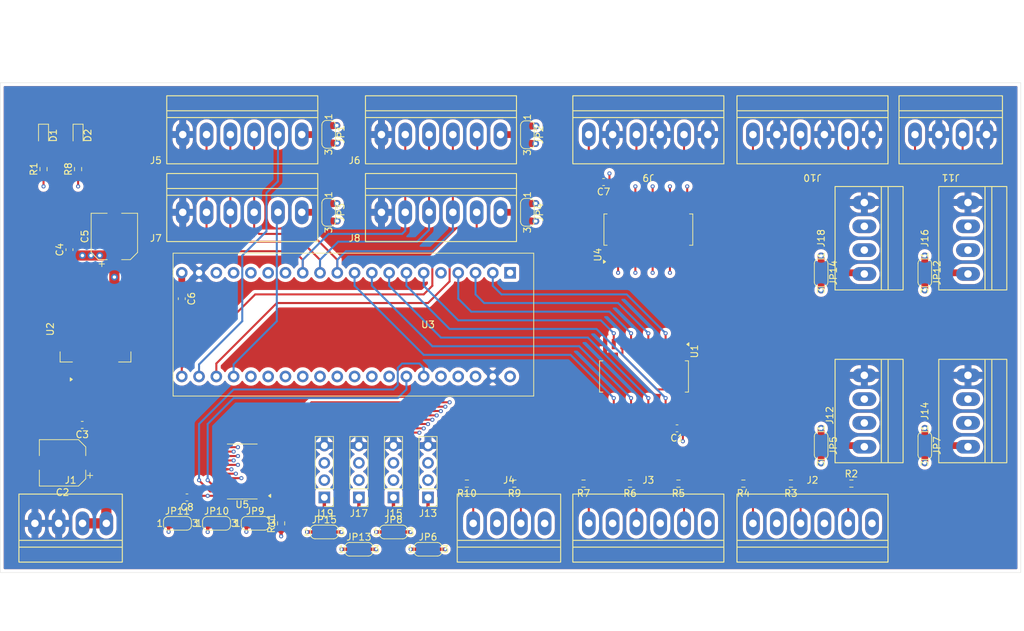
<source format=kicad_pcb>
(kicad_pcb
	(version 20240108)
	(generator "pcbnew")
	(generator_version "8.0")
	(general
		(thickness 1.6)
		(legacy_teardrops no)
	)
	(paper "A4")
	(layers
		(0 "F.Cu" signal)
		(1 "In1.Cu" signal)
		(2 "In2.Cu" signal)
		(31 "B.Cu" signal)
		(32 "B.Adhes" user "B.Adhesive")
		(33 "F.Adhes" user "F.Adhesive")
		(34 "B.Paste" user)
		(35 "F.Paste" user)
		(36 "B.SilkS" user "B.Silkscreen")
		(37 "F.SilkS" user "F.Silkscreen")
		(38 "B.Mask" user)
		(39 "F.Mask" user)
		(40 "Dwgs.User" user "User.Drawings")
		(41 "Cmts.User" user "User.Comments")
		(42 "Eco1.User" user "User.Eco1")
		(43 "Eco2.User" user "User.Eco2")
		(44 "Edge.Cuts" user)
		(45 "Margin" user)
		(46 "B.CrtYd" user "B.Courtyard")
		(47 "F.CrtYd" user "F.Courtyard")
		(48 "B.Fab" user)
		(49 "F.Fab" user)
		(50 "User.1" user)
		(51 "User.2" user)
		(52 "User.3" user)
		(53 "User.4" user)
		(54 "User.5" user)
		(55 "User.6" user)
		(56 "User.7" user)
		(57 "User.8" user)
		(58 "User.9" user)
	)
	(setup
		(stackup
			(layer "F.SilkS"
				(type "Top Silk Screen")
			)
			(layer "F.Paste"
				(type "Top Solder Paste")
			)
			(layer "F.Mask"
				(type "Top Solder Mask")
				(thickness 0.01)
			)
			(layer "F.Cu"
				(type "copper")
				(thickness 0.035)
			)
			(layer "dielectric 1"
				(type "prepreg")
				(thickness 0.1)
				(material "FR4")
				(epsilon_r 4.5)
				(loss_tangent 0.02)
			)
			(layer "In1.Cu"
				(type "copper")
				(thickness 0.035)
			)
			(layer "dielectric 2"
				(type "core")
				(thickness 1.24)
				(material "FR4")
				(epsilon_r 4.5)
				(loss_tangent 0.02)
			)
			(layer "In2.Cu"
				(type "copper")
				(thickness 0.035)
			)
			(layer "dielectric 3"
				(type "prepreg")
				(thickness 0.1)
				(material "FR4")
				(epsilon_r 4.5)
				(loss_tangent 0.02)
			)
			(layer "B.Cu"
				(type "copper")
				(thickness 0.035)
			)
			(layer "B.Mask"
				(type "Bottom Solder Mask")
				(thickness 0.01)
			)
			(layer "B.Paste"
				(type "Bottom Solder Paste")
			)
			(layer "B.SilkS"
				(type "Bottom Silk Screen")
			)
			(copper_finish "None")
			(dielectric_constraints no)
		)
		(pad_to_mask_clearance 0)
		(allow_soldermask_bridges_in_footprints no)
		(pcbplotparams
			(layerselection 0x00010fc_ffffffff)
			(plot_on_all_layers_selection 0x0000000_00000000)
			(disableapertmacros no)
			(usegerberextensions no)
			(usegerberattributes yes)
			(usegerberadvancedattributes yes)
			(creategerberjobfile yes)
			(dashed_line_dash_ratio 12.000000)
			(dashed_line_gap_ratio 3.000000)
			(svgprecision 4)
			(plotframeref no)
			(viasonmask no)
			(mode 1)
			(useauxorigin no)
			(hpglpennumber 1)
			(hpglpenspeed 20)
			(hpglpendiameter 15.000000)
			(pdf_front_fp_property_popups yes)
			(pdf_back_fp_property_popups yes)
			(dxfpolygonmode yes)
			(dxfimperialunits yes)
			(dxfusepcbnewfont yes)
			(psnegative no)
			(psa4output no)
			(plotreference yes)
			(plotvalue yes)
			(plotfptext yes)
			(plotinvisibletext no)
			(sketchpadsonfab no)
			(subtractmaskfromsilk no)
			(outputformat 1)
			(mirror no)
			(drillshape 1)
			(scaleselection 1)
			(outputdirectory "")
		)
	)
	(net 0 "")
	(net 1 "GND")
	(net 2 "+5V")
	(net 3 "+3.3V")
	(net 4 "Net-(D1-A)")
	(net 5 "Net-(D2-A)")
	(net 6 "POCI")
	(net 7 "Net-(J5-Pin_1)")
	(net 8 "PICO")
	(net 9 "SCK")
	(net 10 "CS1")
	(net 11 "CS0")
	(net 12 "Net-(J6-Pin_1)")
	(net 13 "CS3")
	(net 14 "Net-(J7-Pin_1)")
	(net 15 "Net-(J8-Pin_1)")
	(net 16 "CS2")
	(net 17 "Net-(J9-Pin_4)")
	(net 18 "Net-(J9-Pin_6)")
	(net 19 "Net-(J9-Pin_2)")
	(net 20 "OUT-SD0")
	(net 21 "Net-(J12-Pin_1)")
	(net 22 "OUT-SC0")
	(net 23 "OUT-SC4")
	(net 24 "Net-(J13-Pin_1)")
	(net 25 "OUT-SD4")
	(net 26 "OUT-SC1")
	(net 27 "Net-(J14-Pin_1)")
	(net 28 "OUT-SD1")
	(net 29 "OUT-SC5")
	(net 30 "OUT-SD5")
	(net 31 "Net-(J15-Pin_1)")
	(net 32 "OUT-SC2")
	(net 33 "OUT-SD2")
	(net 34 "Net-(J16-Pin_1)")
	(net 35 "Net-(J17-Pin_1)")
	(net 36 "OUT-SC6")
	(net 37 "OUT-SD6")
	(net 38 "OUT-SC3")
	(net 39 "Net-(J18-Pin_1)")
	(net 40 "OUT-SD3")
	(net 41 "Net-(J19-Pin_1)")
	(net 42 "OUT-SC7")
	(net 43 "OUT-SD7")
	(net 44 "Net-(JP9-C)")
	(net 45 "Net-(JP10-C)")
	(net 46 "Net-(JP11-C)")
	(net 47 "Net-(U5-~{RESET})")
	(net 48 "AUX-IN3")
	(net 49 "AUX-IN1")
	(net 50 "AUX-IN6")
	(net 51 "AUX-IN2")
	(net 52 "AUX-IN4")
	(net 53 "SW1-AZ")
	(net 54 "SW2-AZ")
	(net 55 "AUX-IN5")
	(net 56 "unconnected-(U3-PB1-Pad15)")
	(net 57 "unconnected-(U3-3V3-Pad18)")
	(net 58 "EN-AZ")
	(net 59 "EN-EL")
	(net 60 "unconnected-(U3-PB2-Pad16)")
	(net 61 "unconnected-(U3-NRST-Pad5)")
	(net 62 "AUX-OUT1")
	(net 63 "DIR-AZ")
	(net 64 "SCL")
	(net 65 "unconnected-(U3-PB9-Pad37)")
	(net 66 "SDA")
	(net 67 "unconnected-(U3-PB0-Pad14)")
	(net 68 "unconnected-(U3-VBAT-Pad1)")
	(net 69 "unconnected-(U3-3V3-Pad40)")
	(net 70 "unconnected-(U3-PB8-Pad36)")
	(net 71 "unconnected-(U3-PB10-Pad17)")
	(net 72 "STEP-AZ")
	(net 73 "STEP-EL")
	(net 74 "unconnected-(U3-PB5-Pad33)")
	(net 75 "DIR-EL")
	(net 76 "AUX-OUT2")
	(net 77 "Net-(J10-Pin_4)")
	(net 78 "Net-(J10-Pin_6)")
	(net 79 "Net-(J10-Pin_2)")
	(net 80 "Net-(J11-Pin_4)")
	(net 81 "Net-(J11-Pin_2)")
	(net 82 "Net-(J4-Pin_1)")
	(net 83 "Net-(J4-Pin_3)")
	(net 84 "Net-(J3-Pin_5)")
	(net 85 "Net-(J3-Pin_3)")
	(net 86 "Net-(J3-Pin_1)")
	(net 87 "Net-(J2-Pin_1)")
	(net 88 "Net-(J2-Pin_5)")
	(net 89 "Net-(J2-Pin_3)")
	(footprint "LED_SMD:LED_0603_1608Metric_Pad1.05x0.95mm_HandSolder" (layer "F.Cu") (at 62.23 71.261 -90))
	(footprint "Jumper:SolderJumper-3_P1.3mm_Open_RoundedPad1.0x1.5mm_NumberLabels" (layer "F.Cu") (at 76.835 128.27))
	(footprint "spta:SPTA-1-6-3,5" (layer "F.Cu") (at 115.57 82.55 180))
	(footprint "spta:SPTA-1-6-3,5" (layer "F.Cu") (at 170.18 71.12 180))
	(footprint "spta:SPTA-1-6-3,5" (layer "F.Cu") (at 146.05 128.27))
	(footprint "Capacitor_SMD:C_0603_1608Metric_Pad1.08x0.95mm_HandSolder" (layer "F.Cu") (at 139.4725 78.105 180))
	(footprint "Jumper:SolderJumper-3_P1.3mm_Open_RoundedPad1.0x1.5mm_NumberLabels" (layer "F.Cu") (at 186.69 116.84 -90))
	(footprint "spta:SPTA-1-4-3,5" (layer "F.Cu") (at 125.56 128.27))
	(footprint "spta:SPTA-1-6-3,5" (layer "F.Cu") (at 170.18 128.27))
	(footprint "Jumper:SolderJumper-3_P1.3mm_Open_RoundedPad1.0x1.5mm_NumberLabels" (layer "F.Cu") (at 128.27 71.15 -90))
	(footprint "Capacitor_SMD:C_0603_1608Metric_Pad1.08x0.95mm_HandSolder" (layer "F.Cu") (at 150.2675 114.3 180))
	(footprint "spta:SPTA-1-4-3,5" (layer "F.Cu") (at 177.8 111.76 90))
	(footprint "Jumper:SolderJumper-3_P1.3mm_Open_RoundedPad1.0x1.5mm_NumberLabels" (layer "F.Cu") (at 171.45 116.84 -90))
	(footprint "Jumper:SolderJumper-3_P1.3mm_Open_RoundedPad1.0x1.5mm_NumberLabels" (layer "F.Cu") (at 99.06 82.55 -90))
	(footprint "Resistor_SMD:R_0603_1608Metric_Pad0.98x0.95mm_HandSolder" (layer "F.Cu") (at 92.075 128.27 90))
	(footprint "BlackPill_F4xx_v2:BlackPill_F4xx_v2" (layer "F.Cu") (at 125.73 91.44 90))
	(footprint "spta:SPTA-1-6-3,5" (layer "F.Cu") (at 146.05 71.12 180))
	(footprint "Resistor_SMD:R_0603_1608Metric_Pad0.98x0.95mm_HandSolder" (layer "F.Cu") (at 119.38 122.428 180))
	(footprint "Resistor_SMD:R_0603_1608Metric_Pad0.98x0.95mm_HandSolder" (layer "F.Cu") (at 160.02 122.428 180))
	(footprint "Resistor_SMD:R_0603_1608Metric_Pad0.98x0.95mm_HandSolder" (layer "F.Cu") (at 136.525 122.428 180))
	(footprint "Jumper:SolderJumper-3_P1.3mm_Open_RoundedPad1.0x1.5mm_NumberLabels" (layer "F.Cu") (at 186.69 91.44 -90))
	(footprint "Resistor_SMD:R_0603_1608Metric_Pad0.98x0.95mm_HandSolder" (layer "F.Cu") (at 175.895 122.428))
	(footprint "Capacitor_SMD:C_0603_1608Metric_Pad1.08x0.95mm_HandSolder" (layer "F.Cu") (at 78.232 124.46 180))
	(footprint "Package_SO:SO-20_12.8x7.5mm_P1.27mm" (layer "F.Cu") (at 145.415 106.68 -90))
	(footprint "Resistor_SMD:R_0603_1608Metric_Pad0.98x0.95mm_HandSolder" (layer "F.Cu") (at 57.15 76.2 90))
	(footprint "spta:SPTA-1-4-3,5" (layer "F.Cu") (at 193.04 86.36 90))
	(footprint "Jumper:SolderJumper-3_P1.3mm_Open_RoundedPad1.0x1.5mm_NumberLabels" (layer "F.Cu") (at 171.45 91.44 -90))
	(footprint "Jumper:SolderJumper-3_P1.3mm_Open_RoundedPad1.0x1.5mm_NumberLabels" (layer "F.Cu") (at 113.665 132.08))
	(footprint "spta:SPTA-1-6-3,5" (layer "F.Cu") (at 115.57 71.12 180))
	(footprint "Connector_PinHeader_2.54mm:PinHeader_1x04_P2.54mm_Vertical" (layer "F.Cu") (at 113.665 124.46 180))
	(footprint "Jumper:SolderJumper-3_P1.3mm_Open_RoundedPad1.0x1.5mm_NumberLabels" (layer "F.Cu") (at 98.425 129.54))
	(footprint "spta:SPTA-1-6-3,5" (layer "F.Cu") (at 86.36 71.12 180))
	(footprint "Resistor_SMD:R_0603_1608Metric_Pad0.98x0.95mm_HandSolder" (layer "F.Cu") (at 167.005 122.428 180))
	(footprint "Jumper:SolderJumper-3_P1.3mm_Open_RoundedPad1.0x1.5mm_NumberLabels" (layer "F.Cu") (at 82.58 128.27))
	(footprint "Jumper:SolderJumper-3_P1.3mm_Open_RoundedPad1.0x1.5mm_NumberLabels" (layer "F.Cu") (at 88.265 128.27))
	(footprint "spta:SPTA-1-4-3,5" (layer "F.Cu") (at 193.04 111.76 90))
	(footprint "Connector_PinHeader_2.54mm:PinHeader_1x04_P2.54mm_Vertical" (layer "F.Cu") (at 103.505 124.46 180))
	(footprint "Jumper:SolderJumper-3_P1.3mm_Open_RoundedPad1.0x1.5mm_NumberLabels" (layer "F.Cu") (at 99.06 71.09 -90))
	(footprint "Capacitor_SMD:C_0603_1608Metric_Pad1.08x0.95mm_HandSolder" (layer "F.Cu") (at 77.47 95.25 -90))
	(footprint "spta:SPTA-1-4-3,5" (layer "F.Cu") (at 177.8 86.36 90))
	(footprint "Package_TO_SOT_SMD:TO-263-3_TabPin2"
		(layer "F.Cu")
		(uuid "85e0d6a1-6622-4490-a439-6a930d366dcf")
		(at 64.789 99.725 90)
		(descr "TO-263/D2PAK/DDPAK SMD package, http://www.infineon.com/cms/en/product/packages/PG-TO263/PG-TO263-3-1/")
		(tags "D2PAK DDPAK 
... [1364895 chars truncated]
</source>
